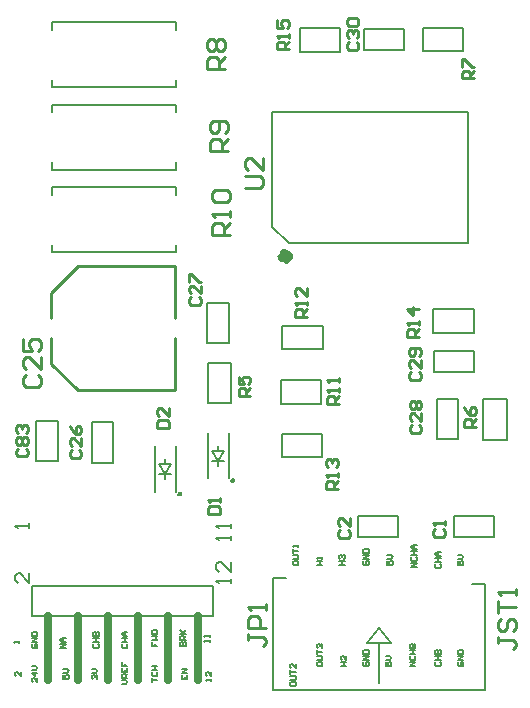
<source format=gbr>
G04*
G04 #@! TF.GenerationSoftware,Altium Limited,Altium Designer,25.4.2 (15)*
G04*
G04 Layer_Color=65535*
%FSLAX44Y44*%
%MOMM*%
G71*
G04*
G04 #@! TF.SameCoordinates,7F9F24B7-B9C1-45AF-9387-6EDD806BED2B*
G04*
G04*
G04 #@! TF.FilePolarity,Positive*
G04*
G01*
G75*
%ADD10C,1.0000*%
%ADD11C,0.4000*%
%ADD12C,0.1700*%
%ADD13C,0.1500*%
%ADD14C,0.6400*%
%ADD15C,0.2500*%
%ADD16C,0.2540*%
%ADD17C,0.2000*%
%ADD18C,0.1600*%
D10*
X315181Y428050D02*
G03*
X315181Y428050I-1581J0D01*
G01*
D11*
X224340Y226870D02*
G03*
X224340Y226870I-250J0D01*
G01*
X269070Y238170D02*
G03*
X269070Y238170I-250J0D01*
G01*
D12*
X221410Y501400D02*
Y507650D01*
Y550150D02*
Y556400D01*
X116410Y550150D02*
Y556400D01*
Y501400D02*
Y507650D01*
Y556400D02*
X221410D01*
X116410Y501400D02*
X221410D01*
X316350Y439050D02*
X468600D01*
X302100Y453300D02*
Y550050D01*
Y453300D02*
X316350Y439050D01*
X302100Y550050D02*
X468600D01*
Y439050D02*
Y550050D01*
X116410Y431550D02*
X221410D01*
X116410Y486550D02*
X221410D01*
X116410Y431550D02*
Y437800D01*
Y480300D02*
Y486550D01*
X221410Y480300D02*
Y486550D01*
Y431550D02*
Y437800D01*
X116410Y571250D02*
X221410D01*
X116410Y626250D02*
X221410D01*
X116410Y571250D02*
Y577500D01*
Y620000D02*
Y626250D01*
X221410Y620000D02*
Y626250D01*
Y571250D02*
Y577500D01*
X392910Y113560D02*
X402910Y100810D01*
X382910D02*
X392910Y113560D01*
Y100810D02*
X402910D01*
X382910D02*
X392910D01*
Y66810D02*
Y100810D01*
X471910Y150810D02*
X482410D01*
X303410Y155810D02*
X313910Y155810D01*
X303410Y60810D02*
X303410Y155810D01*
X303410Y60810D02*
Y85310D01*
Y60810D02*
X482410D01*
Y150810D01*
X99530Y123430D02*
X99530Y148830D01*
X252730Y123430D02*
Y148830D01*
X99530Y148830D02*
X252730Y148830D01*
X99530Y123430D02*
X252730D01*
X212090Y239620D02*
Y243620D01*
Y252370D02*
Y256370D01*
X207090Y243620D02*
X217090D01*
X212090D02*
X217090Y252370D01*
X207090D02*
X212090Y243620D01*
X207090Y252370D02*
X217090D01*
X221090Y228870D02*
Y267370D01*
X203090Y228870D02*
Y267370D01*
X256820Y250920D02*
Y254920D01*
Y263670D02*
Y267670D01*
X251820Y254920D02*
X261820D01*
X256820D02*
X261820Y263670D01*
X251820D02*
X256820Y254920D01*
X251820Y263670D02*
X261820D01*
X265820Y240170D02*
Y278670D01*
X247820Y240170D02*
Y278670D01*
D13*
X325920Y601010D02*
Y621010D01*
X359920D01*
Y601010D02*
Y621010D01*
X325920Y601010D02*
X359920D01*
X413900Y602450D02*
Y620450D01*
X379900Y602450D02*
X413900D01*
X379900D02*
Y620450D01*
X413900D01*
X430250Y601670D02*
Y621670D01*
X464250D01*
Y601670D02*
Y621670D01*
X430250Y601670D02*
X464250D01*
X473090Y363380D02*
Y383380D01*
X439090Y363380D02*
X473090D01*
X439090D02*
Y383380D01*
X473090D01*
X310820Y257970D02*
Y277970D01*
X344820D01*
Y257970D02*
Y277970D01*
X310820Y257970D02*
X344820D01*
X311210Y349411D02*
Y369411D01*
X345210D01*
Y349411D02*
Y369411D01*
X311210Y349411D02*
X345210D01*
X310100Y303440D02*
Y323440D01*
X344100D01*
Y303440D02*
Y323440D01*
X310100Y303440D02*
X344100D01*
X481330Y306880D02*
X501330D01*
Y272880D02*
Y306880D01*
X481330Y272880D02*
X501330D01*
X481330D02*
Y306880D01*
X247810Y304150D02*
X267810D01*
X247810D02*
Y338150D01*
X267810D01*
Y304150D02*
Y338150D01*
X102760Y254780D02*
X120760D01*
X102760D02*
Y288780D01*
X120760D01*
Y254780D02*
Y288780D01*
X473590Y330090D02*
Y348090D01*
X439590Y330090D02*
X473590D01*
X439590D02*
Y348090D01*
X473590D01*
X441850Y307220D02*
X459850D01*
Y273220D02*
Y307220D01*
X441850Y273220D02*
X459850D01*
X441850D02*
Y307220D01*
X247540Y354450D02*
X265540D01*
X247540D02*
Y388450D01*
X265540D01*
Y354450D02*
Y388450D01*
X149750Y253510D02*
X167750D01*
X149750D02*
Y287510D01*
X167750D01*
Y253510D02*
Y287510D01*
X375430Y190390D02*
Y208390D01*
X409430D01*
Y190390D02*
Y208390D01*
X375430Y190390D02*
X409430D01*
X456100D02*
Y208390D01*
X490100D01*
Y190390D02*
Y208390D01*
X456100Y190390D02*
X490100D01*
D14*
X113030Y123430D02*
X113030Y69230D01*
X138430D02*
X138430Y123430D01*
X163830Y69230D02*
Y123430D01*
X189230Y123430D02*
X189230Y69230D01*
X214630Y69230D02*
X214630Y123430D01*
X240030Y69230D02*
X240030Y123430D01*
D15*
X115390Y375530D02*
Y397280D01*
Y337280D02*
Y358530D01*
X220390Y375530D02*
Y419780D01*
Y314780D02*
Y358530D01*
X115390Y337280D02*
X137890Y314780D01*
X115390Y397280D02*
X137890Y419780D01*
X220390D01*
X137890Y314780D02*
X220390D01*
D16*
X265427Y516894D02*
X250193D01*
Y524512D01*
X252732Y527051D01*
X257810D01*
X260349Y524512D01*
Y516894D01*
Y521973D02*
X265427Y527051D01*
X262888Y532129D02*
X265427Y534668D01*
Y539747D01*
X262888Y542286D01*
X252732D01*
X250193Y539747D01*
Y534668D01*
X252732Y532129D01*
X255271D01*
X257810Y534668D01*
Y542286D01*
X279382Y486304D02*
X292078D01*
X294618Y488843D01*
Y493922D01*
X292078Y496461D01*
X279382D01*
X294618Y511696D02*
Y501539D01*
X284461Y511696D01*
X281922D01*
X279382Y509157D01*
Y504078D01*
X281922Y501539D01*
X494033Y105415D02*
Y100337D01*
Y102876D01*
X506728D01*
X509268Y100337D01*
Y97797D01*
X506728Y95258D01*
X496572Y120650D02*
X494033Y118111D01*
Y113033D01*
X496572Y110493D01*
X499111D01*
X501650Y113033D01*
Y118111D01*
X504189Y120650D01*
X506728D01*
X509268Y118111D01*
Y113033D01*
X506728Y110493D01*
X494033Y125728D02*
Y135885D01*
Y130807D01*
X509268D01*
Y140963D02*
Y146042D01*
Y143503D01*
X494033D01*
X496572Y140963D01*
X359668Y196334D02*
X358002Y194668D01*
Y191336D01*
X359668Y189669D01*
X366332D01*
X367998Y191336D01*
Y194668D01*
X366332Y196334D01*
X367998Y206331D02*
Y199666D01*
X361334Y206331D01*
X359668D01*
X358002Y204664D01*
Y201332D01*
X359668Y199666D01*
X440668Y197000D02*
X439002Y195334D01*
Y192002D01*
X440668Y190336D01*
X447332D01*
X448998Y192002D01*
Y195334D01*
X447332Y197000D01*
X448998Y200332D02*
Y203664D01*
Y201998D01*
X439002D01*
X440668Y200332D01*
X316398Y603304D02*
X306402D01*
Y608302D01*
X308068Y609969D01*
X311400D01*
X313066Y608302D01*
Y603304D01*
Y606636D02*
X316398Y609969D01*
Y613301D02*
Y616633D01*
Y614967D01*
X306402D01*
X308068Y613301D01*
X306402Y628296D02*
Y621632D01*
X311400D01*
X309734Y624964D01*
Y626630D01*
X311400Y628296D01*
X314732D01*
X316398Y626630D01*
Y623298D01*
X314732Y621632D01*
X426798Y360104D02*
X416802D01*
Y365102D01*
X418468Y366768D01*
X421800D01*
X423466Y365102D01*
Y360104D01*
Y363436D02*
X426798Y366768D01*
Y370101D02*
Y373433D01*
Y371767D01*
X416802D01*
X418468Y370101D01*
X426798Y383430D02*
X416802D01*
X421800Y378432D01*
Y385096D01*
X357998Y231504D02*
X348002D01*
Y236502D01*
X349668Y238169D01*
X353000D01*
X354666Y236502D01*
Y231504D01*
Y234836D02*
X357998Y238169D01*
Y241501D02*
Y244833D01*
Y243167D01*
X348002D01*
X349668Y241501D01*
Y249831D02*
X348002Y251498D01*
Y254830D01*
X349668Y256496D01*
X351334D01*
X353000Y254830D01*
Y253164D01*
Y254830D01*
X354666Y256496D01*
X356332D01*
X357998Y254830D01*
Y251498D01*
X356332Y249831D01*
X331998Y376504D02*
X322002D01*
Y381502D01*
X323668Y383168D01*
X327000D01*
X328666Y381502D01*
Y376504D01*
Y379836D02*
X331998Y383168D01*
Y386501D02*
Y389833D01*
Y388167D01*
X322002D01*
X323668Y386501D01*
X331998Y401496D02*
Y394831D01*
X325334Y401496D01*
X323668D01*
X322002Y399830D01*
Y396498D01*
X323668Y394831D01*
X358998Y303170D02*
X349002D01*
Y308169D01*
X350668Y309835D01*
X354000D01*
X355666Y308169D01*
Y303170D01*
Y306502D02*
X358998Y309835D01*
Y313167D02*
Y316499D01*
Y314833D01*
X349002D01*
X350668Y313167D01*
X358998Y321498D02*
Y324830D01*
Y323164D01*
X349002D01*
X350668Y321498D01*
X266618Y445956D02*
X251382D01*
Y453574D01*
X253922Y456113D01*
X259000D01*
X261539Y453574D01*
Y445956D01*
Y451035D02*
X266618Y456113D01*
Y461191D02*
Y466270D01*
Y463730D01*
X251382D01*
X253922Y461191D01*
Y473887D02*
X251382Y476426D01*
Y481505D01*
X253922Y484044D01*
X264078D01*
X266618Y481505D01*
Y476426D01*
X264078Y473887D01*
X253922D01*
X262887Y586744D02*
X247652D01*
Y594362D01*
X250192Y596901D01*
X255270D01*
X257809Y594362D01*
Y586744D01*
Y591823D02*
X262887Y596901D01*
X250192Y601979D02*
X247652Y604518D01*
Y609597D01*
X250192Y612136D01*
X252731D01*
X255270Y609597D01*
X257809Y612136D01*
X260348D01*
X262887Y609597D01*
Y604518D01*
X260348Y601979D01*
X257809D01*
X255270Y604518D01*
X252731Y601979D01*
X250192D01*
X255270Y604518D02*
Y609597D01*
X472998Y578669D02*
X463002D01*
Y583668D01*
X464668Y585334D01*
X468000D01*
X469666Y583668D01*
Y578669D01*
Y582002D02*
X472998Y585334D01*
X463002Y588666D02*
Y595331D01*
X464668D01*
X471332Y588666D01*
X472998D01*
X475198Y283469D02*
X465202D01*
Y288468D01*
X466868Y290134D01*
X470200D01*
X471866Y288468D01*
Y283469D01*
Y286802D02*
X475198Y290134D01*
X465202Y300131D02*
X466868Y296798D01*
X470200Y293466D01*
X473532D01*
X475198Y295132D01*
Y298465D01*
X473532Y300131D01*
X471866D01*
X470200Y298465D01*
Y293466D01*
X283998Y309669D02*
X274002D01*
Y314668D01*
X275668Y316334D01*
X279000D01*
X280666Y314668D01*
Y309669D01*
Y313002D02*
X283998Y316334D01*
X274002Y326331D02*
Y319666D01*
X279000D01*
X277334Y322998D01*
Y324664D01*
X279000Y326331D01*
X282332D01*
X283998Y324664D01*
Y321332D01*
X282332Y319666D01*
X282382Y108383D02*
Y103304D01*
Y105843D01*
X295078D01*
X297617Y103304D01*
Y100765D01*
X295078Y98226D01*
X297617Y113461D02*
X282382D01*
Y121078D01*
X284922Y123617D01*
X290000D01*
X292539Y121078D01*
Y113461D01*
X297617Y128696D02*
Y133774D01*
Y131235D01*
X282382D01*
X284922Y128696D01*
X205002Y282669D02*
X214998D01*
Y287668D01*
X213332Y289334D01*
X206668D01*
X205002Y287668D01*
Y282669D01*
X214998Y299331D02*
Y292666D01*
X208334Y299331D01*
X206668D01*
X205002Y297665D01*
Y294332D01*
X206668Y292666D01*
X248002Y210336D02*
X257998D01*
Y215334D01*
X256332Y217000D01*
X249668D01*
X248002Y215334D01*
Y210336D01*
X257998Y220332D02*
Y223664D01*
Y221998D01*
X248002D01*
X249668Y220332D01*
X87668Y265336D02*
X86002Y263669D01*
Y260337D01*
X87668Y258671D01*
X94332D01*
X95998Y260337D01*
Y263669D01*
X94332Y265336D01*
X87668Y268668D02*
X86002Y270334D01*
Y273666D01*
X87668Y275332D01*
X89334D01*
X91000Y273666D01*
X92666Y275332D01*
X94332D01*
X95998Y273666D01*
Y270334D01*
X94332Y268668D01*
X92666D01*
X91000Y270334D01*
X89334Y268668D01*
X87668D01*
X91000Y270334D02*
Y273666D01*
X87668Y278664D02*
X86002Y280331D01*
Y283663D01*
X87668Y285329D01*
X89334D01*
X91000Y283663D01*
Y281997D01*
Y283663D01*
X92666Y285329D01*
X94332D01*
X95998Y283663D01*
Y280331D01*
X94332Y278664D01*
X367268Y609636D02*
X365602Y607969D01*
Y604637D01*
X367268Y602971D01*
X373932D01*
X375598Y604637D01*
Y607969D01*
X373932Y609636D01*
X367268Y612968D02*
X365602Y614634D01*
Y617966D01*
X367268Y619632D01*
X368934D01*
X370600Y617966D01*
Y616300D01*
Y617966D01*
X372266Y619632D01*
X373932D01*
X375598Y617966D01*
Y614634D01*
X373932Y612968D01*
X367268Y622965D02*
X365602Y624631D01*
Y627963D01*
X367268Y629629D01*
X373932D01*
X375598Y627963D01*
Y624631D01*
X373932Y622965D01*
X367268D01*
X420368Y330435D02*
X418702Y328769D01*
Y325437D01*
X420368Y323771D01*
X427032D01*
X428698Y325437D01*
Y328769D01*
X427032Y330435D01*
X428698Y340432D02*
Y333768D01*
X422034Y340432D01*
X420368D01*
X418702Y338766D01*
Y335434D01*
X420368Y333768D01*
X427032Y343764D02*
X428698Y345431D01*
Y348763D01*
X427032Y350429D01*
X420368D01*
X418702Y348763D01*
Y345431D01*
X420368Y343764D01*
X422034D01*
X423700Y345431D01*
Y350429D01*
X420568Y285535D02*
X418902Y283869D01*
Y280537D01*
X420568Y278871D01*
X427232D01*
X428898Y280537D01*
Y283869D01*
X427232Y285535D01*
X428898Y295532D02*
Y288868D01*
X422234Y295532D01*
X420568D01*
X418902Y293866D01*
Y290534D01*
X420568Y288868D01*
Y298864D02*
X418902Y300531D01*
Y303863D01*
X420568Y305529D01*
X422234D01*
X423900Y303863D01*
X425566Y305529D01*
X427232D01*
X428898Y303863D01*
Y300531D01*
X427232Y298864D01*
X425566D01*
X423900Y300531D01*
X422234Y298864D01*
X420568D01*
X423900Y300531D02*
Y303863D01*
X233668Y393335D02*
X232002Y391669D01*
Y388337D01*
X233668Y386671D01*
X240332D01*
X241998Y388337D01*
Y391669D01*
X240332Y393335D01*
X241998Y403332D02*
Y396668D01*
X235334Y403332D01*
X233668D01*
X232002Y401666D01*
Y398334D01*
X233668Y396668D01*
X232002Y406665D02*
Y413329D01*
X233668D01*
X240332Y406665D01*
X241998D01*
X132668Y264335D02*
X131002Y262669D01*
Y259337D01*
X132668Y257671D01*
X139332D01*
X140998Y259337D01*
Y262669D01*
X139332Y264335D01*
X140998Y274332D02*
Y267668D01*
X134334Y274332D01*
X132668D01*
X131002Y272666D01*
Y269334D01*
X132668Y267668D01*
X131002Y284329D02*
X132668Y280997D01*
X136000Y277665D01*
X139332D01*
X140998Y279331D01*
Y282663D01*
X139332Y284329D01*
X137666D01*
X136000Y282663D01*
Y277665D01*
X93982Y327663D02*
X91442Y325124D01*
Y320046D01*
X93982Y317507D01*
X104138D01*
X106678Y320046D01*
Y325124D01*
X104138Y327663D01*
X106678Y342898D02*
Y332742D01*
X96521Y342898D01*
X93982D01*
X91442Y340359D01*
Y335281D01*
X93982Y332742D01*
X91442Y358133D02*
Y347977D01*
X99060D01*
X96521Y353055D01*
Y355594D01*
X99060Y358133D01*
X104138D01*
X106678Y355594D01*
Y350516D01*
X104138Y347977D01*
D17*
X267280Y151230D02*
Y155229D01*
Y153229D01*
X255284D01*
X257283Y151230D01*
X267280Y169224D02*
Y161227D01*
X259283Y169224D01*
X257283D01*
X255284Y167225D01*
Y163226D01*
X257283Y161227D01*
X267280Y187730D02*
Y191729D01*
Y189729D01*
X255284D01*
X257283Y187730D01*
X267280Y197727D02*
Y201726D01*
Y199726D01*
X255284D01*
X257283Y197727D01*
X97030Y159727D02*
Y151730D01*
X89033Y159727D01*
X87033D01*
X85034Y157728D01*
Y153729D01*
X87033Y151730D01*
X97030Y197980D02*
Y201979D01*
Y199979D01*
X85034D01*
X87033Y197980D01*
D18*
X425120Y165430D02*
X420122D01*
X425120Y168762D01*
X420122D01*
X420955Y173761D02*
X420122Y172927D01*
Y171261D01*
X420955Y170428D01*
X424287D01*
X425120Y171261D01*
Y172927D01*
X424287Y173761D01*
X420122Y175427D02*
X425120D01*
X422621D01*
Y178759D01*
X420122D01*
X425120D01*
Y180425D02*
X421788D01*
X420122Y182091D01*
X421788Y183757D01*
X425120D01*
X422621D01*
Y180425D01*
X380315Y170032D02*
X379482Y169199D01*
Y167533D01*
X380315Y166700D01*
X383647D01*
X384480Y167533D01*
Y169199D01*
X383647Y170032D01*
X381981D01*
Y168366D01*
X384480Y171698D02*
X379482D01*
X384480Y175031D01*
X379482D01*
Y176697D02*
X384480D01*
Y179196D01*
X383647Y180029D01*
X380315D01*
X379482Y179196D01*
Y176697D01*
X319792Y169199D02*
Y167533D01*
X320625Y166700D01*
X323957D01*
X324790Y167533D01*
Y169199D01*
X323957Y170032D01*
X320625D01*
X319792Y169199D01*
Y171698D02*
X323957D01*
X324790Y172531D01*
Y174198D01*
X323957Y175031D01*
X319792D01*
Y176697D02*
Y180029D01*
Y178363D01*
X324790D01*
Y181695D02*
Y183361D01*
Y182528D01*
X319792D01*
X320625Y181695D01*
X380315Y84942D02*
X379482Y84109D01*
Y82443D01*
X380315Y81610D01*
X383647D01*
X384480Y82443D01*
Y84109D01*
X383647Y84942D01*
X381981D01*
Y83276D01*
X384480Y86608D02*
X379482D01*
X384480Y89941D01*
X379482D01*
Y91607D02*
X384480D01*
Y94106D01*
X383647Y94939D01*
X380315D01*
X379482Y94106D01*
Y91607D01*
X360432Y81610D02*
X365430D01*
X362931D01*
Y84942D01*
X360432D01*
X365430D01*
Y89941D02*
Y86608D01*
X362098Y89941D01*
X361265D01*
X360432Y89108D01*
Y87441D01*
X361265Y86608D01*
X359162Y166700D02*
X364160D01*
X361661D01*
Y170032D01*
X359162D01*
X364160D01*
X359995Y171698D02*
X359162Y172531D01*
Y174198D01*
X359995Y175031D01*
X360828D01*
X361661Y174198D01*
Y173365D01*
Y174198D01*
X362494Y175031D01*
X363327D01*
X364160Y174198D01*
Y172531D01*
X363327Y171698D01*
X340112Y84109D02*
Y82443D01*
X340945Y81610D01*
X344277D01*
X345110Y82443D01*
Y84109D01*
X344277Y84942D01*
X340945D01*
X340112Y84109D01*
Y86608D02*
X344277D01*
X345110Y87441D01*
Y89108D01*
X344277Y89941D01*
X340112D01*
Y91607D02*
Y94939D01*
Y93273D01*
X345110D01*
X340945Y96605D02*
X340112Y97438D01*
Y99104D01*
X340945Y99937D01*
X341778D01*
X342611Y99104D01*
Y98271D01*
Y99104D01*
X343444Y99937D01*
X344277D01*
X345110Y99104D01*
Y97438D01*
X344277Y96605D01*
X340112Y166700D02*
X345110D01*
X342611D01*
Y170032D01*
X340112D01*
X345110D01*
Y171698D02*
Y173365D01*
Y172531D01*
X340112D01*
X340945Y171698D01*
X460325Y84942D02*
X459492Y84109D01*
Y82443D01*
X460325Y81610D01*
X463657D01*
X464490Y82443D01*
Y84109D01*
X463657Y84942D01*
X461991D01*
Y83276D01*
X464490Y86608D02*
X459492D01*
X464490Y89941D01*
X459492D01*
Y91607D02*
X464490D01*
Y94106D01*
X463657Y94939D01*
X460325D01*
X459492Y94106D01*
Y91607D01*
Y170032D02*
Y166700D01*
X461991D01*
X461158Y168366D01*
Y169199D01*
X461991Y170032D01*
X463657D01*
X464490Y169199D01*
Y167533D01*
X463657Y166700D01*
X459492Y171698D02*
X462824D01*
X464490Y173365D01*
X462824Y175031D01*
X459492D01*
X423850Y81610D02*
X418852D01*
X423850Y84942D01*
X418852D01*
X419685Y89941D02*
X418852Y89108D01*
Y87441D01*
X419685Y86608D01*
X423017D01*
X423850Y87441D01*
Y89108D01*
X423017Y89941D01*
X418852Y91607D02*
X423850D01*
X421351D01*
Y94939D01*
X418852D01*
X423850D01*
X418852Y96605D02*
X423850D01*
Y99104D01*
X423017Y99937D01*
X422184D01*
X421351Y99104D01*
Y96605D01*
Y99104D01*
X420518Y99937D01*
X419685D01*
X418852Y99104D01*
Y96605D01*
X441275Y84942D02*
X440442Y84109D01*
Y82443D01*
X441275Y81610D01*
X444607D01*
X445440Y82443D01*
Y84109D01*
X444607Y84942D01*
X440442Y86608D02*
X445440D01*
X442941D01*
Y89941D01*
X440442D01*
X445440D01*
X440442Y91607D02*
X445440D01*
Y94106D01*
X444607Y94939D01*
X443774D01*
X442941Y94106D01*
Y91607D01*
Y94106D01*
X442108Y94939D01*
X441275D01*
X440442Y94106D01*
Y91607D01*
X441275Y167492D02*
X440442Y166659D01*
Y164993D01*
X441275Y164160D01*
X444607D01*
X445440Y164993D01*
Y166659D01*
X444607Y167492D01*
X440442Y169158D02*
X445440D01*
X442941D01*
Y172491D01*
X440442D01*
X445440D01*
Y174157D02*
X442108D01*
X440442Y175823D01*
X442108Y177489D01*
X445440D01*
X442941D01*
Y174157D01*
X399802Y170032D02*
Y166700D01*
X402301D01*
X401468Y168366D01*
Y169199D01*
X402301Y170032D01*
X403967D01*
X404800Y169199D01*
Y167533D01*
X403967Y166700D01*
X399802Y171698D02*
X403134D01*
X404800Y173365D01*
X403134Y175031D01*
X399802D01*
X398532Y84942D02*
Y81610D01*
X401031D01*
X400198Y83276D01*
Y84109D01*
X401031Y84942D01*
X402697D01*
X403530Y84109D01*
Y82443D01*
X402697Y81610D01*
X398532Y86608D02*
X401864D01*
X403530Y88274D01*
X401864Y89941D01*
X398532D01*
X317602Y67099D02*
Y65433D01*
X318435Y64600D01*
X321767D01*
X322600Y65433D01*
Y67099D01*
X321767Y67932D01*
X318435D01*
X317602Y67099D01*
Y69598D02*
X321767D01*
X322600Y70431D01*
Y72098D01*
X321767Y72931D01*
X317602D01*
Y74597D02*
Y77929D01*
Y76263D01*
X322600D01*
Y82927D02*
Y79595D01*
X319268Y82927D01*
X318435D01*
X317602Y82094D01*
Y80428D01*
X318435Y79595D01*
X251130Y68910D02*
Y70576D01*
Y69743D01*
X246132D01*
X246965Y68910D01*
X251130Y76408D02*
Y73075D01*
X247798Y76408D01*
X246965D01*
X246132Y75574D01*
Y73908D01*
X246965Y73075D01*
X249860Y101930D02*
Y103596D01*
Y102763D01*
X244862D01*
X245695Y101930D01*
X249860Y106095D02*
Y107761D01*
Y106928D01*
X244862D01*
X245695Y106095D01*
X88570Y100660D02*
Y102326D01*
Y101493D01*
X83572D01*
X84405Y100660D01*
X89840Y76052D02*
Y72720D01*
X86508Y76052D01*
X85675D01*
X84842Y75219D01*
Y73553D01*
X85675Y72720D01*
X99645Y100182D02*
X98812Y99349D01*
Y97683D01*
X99645Y96850D01*
X102977D01*
X103810Y97683D01*
Y99349D01*
X102977Y100182D01*
X101311D01*
Y98516D01*
X103810Y101848D02*
X98812D01*
X103810Y105181D01*
X98812D01*
Y106847D02*
X103810D01*
Y109346D01*
X102977Y110179D01*
X99645D01*
X98812Y109346D01*
Y106847D01*
X103810Y70972D02*
Y67640D01*
X100478Y70972D01*
X99645D01*
X98812Y70139D01*
Y68473D01*
X99645Y67640D01*
X103810Y75138D02*
X98812D01*
X101311Y72638D01*
Y75971D01*
X98812Y77637D02*
X102144D01*
X103810Y79303D01*
X102144Y80969D01*
X98812D01*
X224542Y98120D02*
X229540D01*
Y100619D01*
X228707Y101452D01*
X227874D01*
X227041Y100619D01*
Y98120D01*
Y100619D01*
X226208Y101452D01*
X225375D01*
X224542Y100619D01*
Y98120D01*
X229540Y103118D02*
X224542D01*
Y105618D01*
X225375Y106451D01*
X227041D01*
X227874Y105618D01*
Y103118D01*
Y104784D02*
X229540Y106451D01*
X224542Y108117D02*
X229540D01*
X227874D01*
X224542Y111449D01*
X227041Y108950D01*
X229540Y111449D01*
X225812Y73512D02*
Y70180D01*
X230810D01*
Y73512D01*
X228311Y70180D02*
Y71846D01*
X230810Y75178D02*
X225812D01*
X230810Y78511D01*
X225812D01*
X151715Y100182D02*
X150882Y99349D01*
Y97683D01*
X151715Y96850D01*
X155047D01*
X155880Y97683D01*
Y99349D01*
X155047Y100182D01*
X150882Y101848D02*
X155880D01*
X153381D01*
Y105181D01*
X150882D01*
X155880D01*
X150882Y106847D02*
X155880D01*
Y109346D01*
X155047Y110179D01*
X154214D01*
X153381Y109346D01*
Y106847D01*
Y109346D01*
X152548Y110179D01*
X151715D01*
X150882Y109346D01*
Y106847D01*
X127940Y96850D02*
X122942D01*
X127940Y100182D01*
X122942D01*
X127940Y101848D02*
X124608D01*
X122942Y103514D01*
X124608Y105181D01*
X127940D01*
X125441D01*
Y101848D01*
X175845Y100182D02*
X175012Y99349D01*
Y97683D01*
X175845Y96850D01*
X179177D01*
X180010Y97683D01*
Y99349D01*
X179177Y100182D01*
X175012Y101848D02*
X180010D01*
X177511D01*
Y105181D01*
X175012D01*
X180010D01*
Y106847D02*
X176678D01*
X175012Y108513D01*
X176678Y110179D01*
X180010D01*
X177511D01*
Y106847D01*
X200412Y67640D02*
Y70972D01*
Y69306D01*
X205410D01*
X201245Y75971D02*
X200412Y75138D01*
Y73471D01*
X201245Y72638D01*
X204577D01*
X205410Y73471D01*
Y75138D01*
X204577Y75971D01*
X200412Y77637D02*
X205410D01*
X202911D01*
Y80969D01*
X200412D01*
X205410D01*
X200412Y101452D02*
Y98120D01*
X202911D01*
Y99786D01*
Y98120D01*
X205410D01*
X200412Y103118D02*
X205410D01*
X203744Y104784D01*
X205410Y106451D01*
X200412D01*
Y108117D02*
X205410D01*
Y110616D01*
X204577Y111449D01*
X201245D01*
X200412Y110616D01*
Y108117D01*
X175012Y66370D02*
X178344D01*
X180010Y68036D01*
X178344Y69702D01*
X175012D01*
X180010Y71368D02*
X175012D01*
Y73868D01*
X175845Y74701D01*
X177511D01*
X178344Y73868D01*
Y71368D01*
Y73035D02*
X180010Y74701D01*
X175012Y79699D02*
Y76367D01*
X180010D01*
Y79699D01*
X177511Y76367D02*
Y78033D01*
X175012Y84697D02*
Y81365D01*
X177511D01*
Y83031D01*
Y81365D01*
X180010D01*
X125482Y73512D02*
Y70180D01*
X127981D01*
X127148Y71846D01*
Y72679D01*
X127981Y73512D01*
X129647D01*
X130480Y72679D01*
Y71013D01*
X129647Y70180D01*
X125482Y75178D02*
X128814D01*
X130480Y76845D01*
X128814Y78511D01*
X125482D01*
X150445Y70180D02*
X149612Y71013D01*
Y72679D01*
X150445Y73512D01*
X151278D01*
X152111Y72679D01*
Y71846D01*
Y72679D01*
X152944Y73512D01*
X153777D01*
X154610Y72679D01*
Y71013D01*
X153777Y70180D01*
X149612Y75178D02*
X152944D01*
X154610Y76845D01*
X152944Y78511D01*
X149612D01*
M02*

</source>
